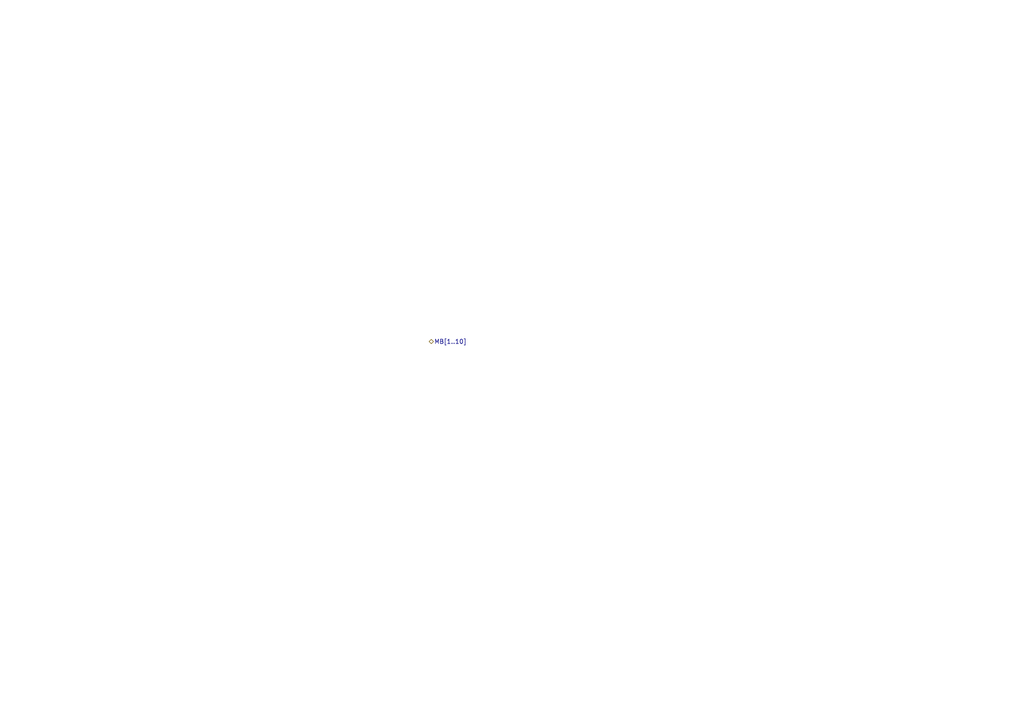
<source format=kicad_sch>
(kicad_sch (version 20211123) (generator eeschema)
  (paper "A4")
  (lib_symbols)
  (hierarchical_label "MB[1..10]" (shape bidirectional) (at 124.46 99.06 0))
)
</source>
